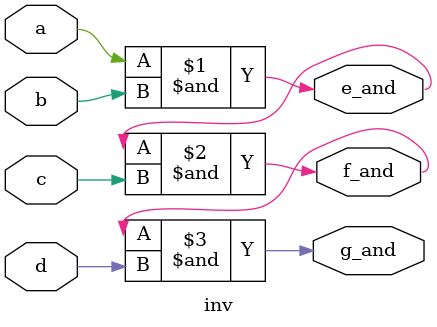
<source format=v>
`timescale 1ns / 1ps


module inv(
    input a,
    input b,
    input c,
    input d,
    output e_and,
    output f_and,
    output g_and    
    );
    and(e_and,a,b);
    and(f_and,e_and,c);
    and(g_and,f_and,d);    
endmodule
</source>
